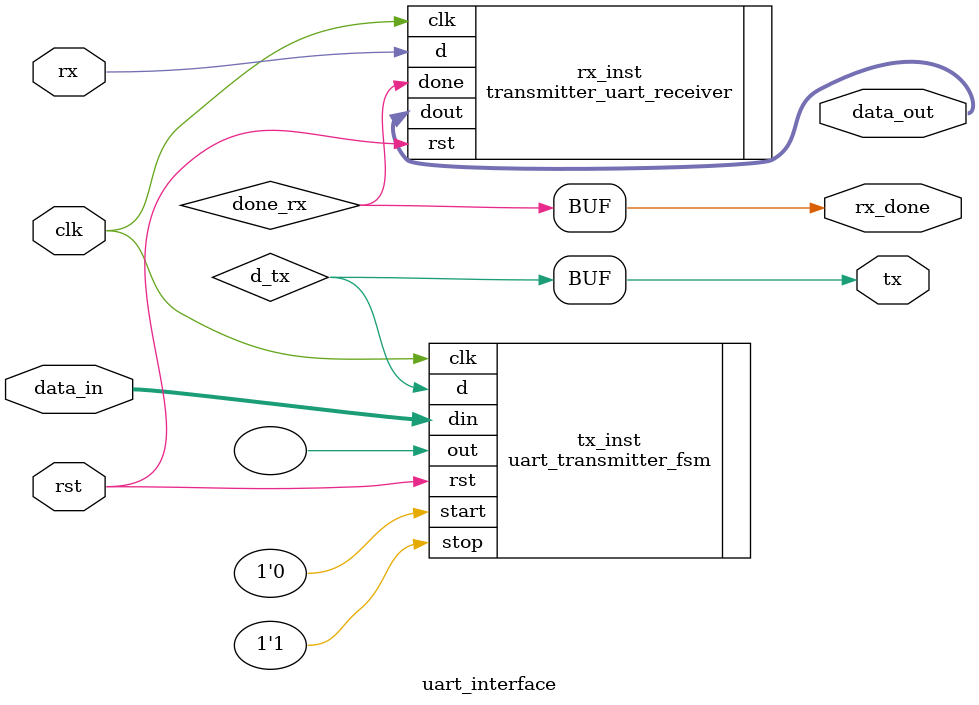
<source format=v>
module uart_interface(
    input clk,
    input rst,
    input [7:0] data_in,       
    input rx,              
    output tx,             
    output rx_done,        
    output [7:0] data_out  
);

    // Internal wires
    wire d_tx;
    wire done_rx;

    // Transmitter instance
    uart_transmitter_fsm tx_inst (
        .d(d_tx),
        .out(),                // Not used
        .start(1'b0),          // Always start (can be modified to trigger from button)
        .stop(1'b1),
        .din(data_in),
        .clk(clk),
        .rst(rst)
    );

    // Receiver instance
    transmitter_uart_receiver rx_inst (
        .done(done_rx),
        .dout(data_out),
        .clk(clk),
        .rst(rst),
        .d(rx)
    );

    assign tx = d_tx;
    assign rx_done = done_rx;

endmodule

</source>
